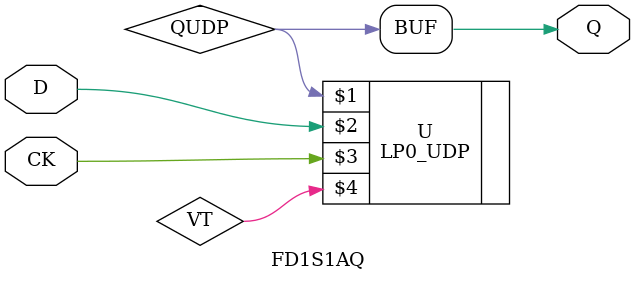
<source format=v>
`resetall
`timescale 1 ns / 100 ps

`celldefine

module FD1S1AQ (D, CK, Q);
  input D, CK;
  output Q;
  reg VT;
	// core logic
	LP0_UDP	 U	(QUDP, D, CK, VT);
	buf		(Q, QUDP);
 
endmodule

`endcelldefine

</source>
